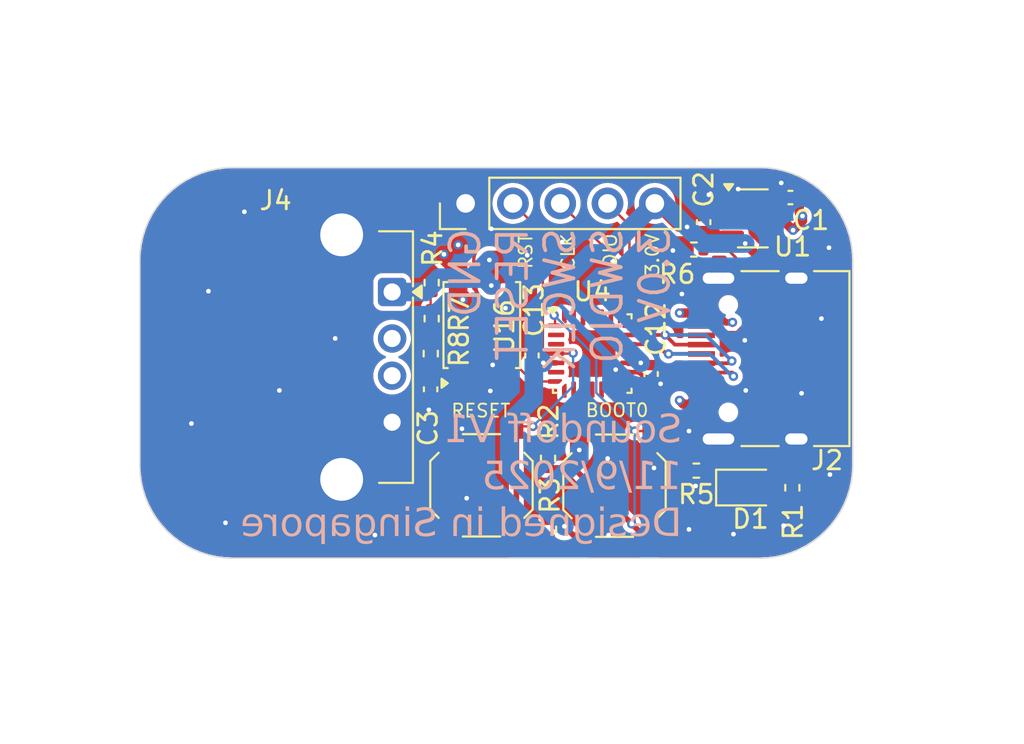
<source format=kicad_pcb>
(kicad_pcb (version 20241229) (generator "pcbnew") (generator_version "9.0")
  (title_block (title "Soundoff") (date "2025-09-11") (rev "V1"))
  (layers (0 "F.Cu" signal) (4 "In1.Cu" signal "GND") (6 "In2.Cu" signal "POWER") (2 "B.Cu" signal) (13 "F.Paste" user) (15 "B.Paste" user) (5 "F.SilkS" user "F.Silkscreen") (7 "B.SilkS" user "B.Silkscreen") (1 "F.Mask" user) (3 "B.Mask" user) (25 "Edge.Cuts" user))
  (net 0 "")
  (net 1 "GND")
  (net 2 "VUSB")
  (net 3 "3.0V")
  (net 4 "Net-(C3-Pad1)")
  (net 5 "Net-(D1-K)")
  (net 6 "Net-(D1-A)")
  (net 7 "/DBG_SWCLK")
  (net 8 "/DBG_NRST")
  (net 9 "/DBG_SWDIO")
  (net 10 "/DBG_USB_D+")
  (net 12 "Net-(J2-CC2)")
  (net 14 "Net-(J2-CC1)")
  (net 15 "/DBG_USB_D-")
  (net 17 "/SWITCHED_5V")
  (net 19 "/BOOT0")
  (net 20 "/5V_CONTROL")
  (net 37 "Net-(R7-Pad1)")
  (footprint "Resistor_SMD:R_0402_1005Metric" (layer "F.Cu") (at 113.1824 50.1904 90)
    (property "Reference" "R4" (at 1.8384 0.0474 90) (layer "F.SilkS"))
    (property "Value" "R 5.1k 0402")
    (fp_line (start -0.153641 -0.38) (end 0.153641 -0.38) (stroke (width 0.12)) (layer "F.SilkS"))
    (fp_line (start -0.153641 0.38) (end 0.153641 0.38) (stroke (width 0.12)) (layer "F.SilkS"))
    (pad "1" smd roundrect (at -0.51 0 90) (size 0.54 0.64) (layers "F.Cu" "F.Mask" "F.Paste") (net 20 "/5V_CONTROL"))
    (pad "2" smd roundrect (at 0.51 0 90) (size 0.54 0.64) (layers "F.Cu" "F.Mask" "F.Paste") (net 1 "GND"))
  )
  (footprint "Resistor_SMD:R_0402_1005Metric" (layer "F.Cu") (at 113.1824 52.1228 90)
    (property "Reference" "R7" (at 0.256 1.4732 90) (layer "F.SilkS"))
    (property "Value" "R 510 0402")
    (fp_line (start -0.153641 -0.38) (end 0.153641 -0.38) (stroke (width 0.12)) (layer "F.SilkS"))
    (fp_line (start -0.153641 0.38) (end 0.153641 0.38) (stroke (width 0.12)) (layer "F.SilkS"))
    (pad "1" smd roundrect (at -0.51 0 90) (size 0.54 0.64) (layers "F.Cu" "F.Mask" "F.Paste") (net 37 "Net-(R7-Pad1)"))
    (pad "2" smd roundrect (at 0.51 0 90) (size 0.54 0.64) (layers "F.Cu" "F.Mask" "F.Paste") (net 20 "/5V_CONTROL"))
  )
  (footprint "Resistor_SMD:R_0402_1005Metric" (layer "F.Cu") (at 119.4308 59.6392 90)
    (property "Reference" "R2" (at 1.9672 0.0374 90) (layer "F.SilkS"))
    (property "Value" "R 5.1k 0402")
    (fp_line (start -0.153641 -0.38) (end 0.153641 -0.38) (stroke (width 0.12)) (layer "F.SilkS"))
    (fp_line (start -0.153641 0.38) (end 0.153641 0.38) (stroke (width 0.12)) (layer "F.SilkS"))
    (pad "1" smd roundrect (at -0.51 0 90) (size 0.54 0.64) (layers "F.Cu" "F.Mask" "F.Paste") (net 19 "/BOOT0"))
    (pad "2" smd roundrect (at 0.51 0 90) (size 0.54 0.64) (layers "F.Cu" "F.Mask" "F.Paste") (net 1 "GND"))
  )
  (footprint "Capacitor_SMD:C_0402_1005Metric" (layer "F.Cu") (at 124.965 55.1 -90)
    (property "Reference" "C12" (at -2.4204 -0.257 90) (layer "F.SilkS"))
    (property "Value" "4.7uF")
    (fp_line (start -0.107836 0.36) (end 0.107836 0.36) (stroke (width 0.12)) (layer "F.SilkS"))
    (fp_line (start -0.107836 -0.36) (end 0.107836 -0.36) (stroke (width 0.12)) (layer "F.SilkS"))
    (pad "1" smd roundrect (at -0.48 0 270) (size 0.56 0.62) (layers "F.Cu" "F.Mask" "F.Paste") (net 3 "3.0V"))
    (pad "2" smd roundrect (at 0.48 0 270) (size 0.56 0.62) (layers "F.Cu" "F.Mask" "F.Paste") (net 1 "GND"))
  )
  (footprint "Capacitor_SMD:C_0402_1005Metric" (layer "F.Cu") (at 132.446 45.616 180)
    (property "Reference" "C1" (at -1.1072 -1.2216 0) (layer "F.SilkS"))
    (property "Value" "4.7uF")
    (fp_line (start -0.107836 0.36) (end 0.107836 0.36) (stroke (width 0.12)) (layer "F.SilkS"))
    (fp_line (start -0.107836 -0.36) (end 0.107836 -0.36) (stroke (width 0.12)) (layer "F.SilkS"))
    (pad "1" smd roundrect (at -0.48 0 180) (size 0.56 0.62) (layers "F.Cu" "F.Mask" "F.Paste") (net 2 "VUSB"))
    (pad "2" smd roundrect (at 0.48 0 180) (size 0.56 0.62) (layers "F.Cu" "F.Mask" "F.Paste") (net 1 "GND"))
  )
  (footprint "Button_Switch_SMD:SW_Push_1P1T_XKB_TS-1187A" (layer "F.Cu") (at 123 61.1 90)
    (property "Reference" "SW2" (hide yes))
    (property "Value" "Pushbutton 4.2x3.2mm 250gf")
    (fp_line (start -1.3 -2.75) (end 1.3 -2.75) (stroke (width 0.12)) (layer "F.SilkS"))
    (fp_line (start 1.75 -2.3) (end 1.3 -2.75) (stroke (width 0.12)) (layer "F.SilkS"))
    (fp_line (start -1.75 -2.3) (end -1.3 -2.75) (stroke (width 0.12)) (layer "F.SilkS"))
    (fp_line (start 2.75 -1) (end 2.75 1) (stroke (width 0.12)) (layer "F.SilkS"))
    (fp_line (start -2.75 -1) (end -2.75 1) (stroke (width 0.12)) (layer "F.SilkS"))
    (fp_line (start 1.75 2.3) (end 1.3 2.75) (stroke (width 0.12)) (layer "F.SilkS"))
    (fp_line (start -1.75 2.3) (end -1.3 2.75) (stroke (width 0.12)) (layer "F.SilkS"))
    (fp_line (start -1.3 2.75) (end 1.3 2.75) (stroke (width 0.12)) (layer "F.SilkS"))
    (pad "1" smd rect (at -3 -1.875 90) (size 1 0.75) (layers "F.Cu" "F.Mask" "F.Paste") (net 3 "3.0V"))
    (pad "1" smd rect (at 3 -1.875 90) (size 1 0.75) (layers "F.Cu" "F.Mask" "F.Paste") (net 3 "3.0V"))
    (pad "2" smd rect (at -3 1.875 90) (size 1 0.75) (layers "F.Cu" "F.Mask" "F.Paste") (net 19 "/BOOT0"))
    (pad "2" smd rect (at 3 1.875 90) (size 1 0.75) (layers "F.Cu" "F.Mask" "F.Paste") (net 19 "/BOOT0"))
  )
  (footprint "Resistor_SMD:R_0402_1005Metric" (layer "F.Cu") (at 127.395 60.29)
    (property "Reference" "R5" (at 0 1.2796 0) (layer "F.SilkS"))
    (property "Value" "R 5.1k 0402")
    (fp_line (start -0.153641 -0.38) (end 0.153641 -0.38) (stroke (width 0.12)) (layer "F.SilkS"))
    (fp_line (start -0.153641 0.38) (end 0.153641 0.38) (stroke (width 0.12)) (layer "F.SilkS"))
    (pad "1" smd roundrect (at -0.51 0) (size 0.54 0.64) (layers "F.Cu" "F.Mask" "F.Paste") (net 1 "GND"))
    (pad "2" smd roundrect (at 0.51 0) (size 0.54 0.64) (layers "F.Cu" "F.Mask" "F.Paste") (net 14 "Net-(J2-CC1)"))
  )
  (footprint "Resistor_SMD:R_0402_1005Metric" (layer "F.Cu") (at 132.55 61.21 -90)
    (property "Reference" "R1" (at 1.8328 -0.038 90) (layer "F.SilkS"))
    (property "Value" "R 510 0402")
    (fp_line (start -0.153641 0.38) (end 0.153641 0.38) (stroke (width 0.12)) (layer "F.SilkS"))
    (fp_line (start -0.153641 -0.38) (end 0.153641 -0.38) (stroke (width 0.12)) (layer "F.SilkS"))
    (pad "1" smd roundrect (at -0.51 0 270) (size 0.54 0.64) (layers "F.Cu" "F.Mask" "F.Paste") (net 3 "3.0V"))
    (pad "2" smd roundrect (at 0.51 0 270) (size 0.54 0.64) (layers "F.Cu" "F.Mask" "F.Paste") (net 6 "Net-(D1-A)"))
  )
  (footprint "Resistor_SMD:R_0402_1005Metric" (layer "F.Cu") (at 119.485 63.45 -90)
    (property "Reference" "R3" (at -1.8296 -0.0474 90) (layer "F.SilkS"))
    (property "Value" "R 5.1k 0402")
    (fp_line (start -0.153641 0.38) (end 0.153641 0.38) (stroke (width 0.12)) (layer "F.SilkS"))
    (fp_line (start -0.153641 -0.38) (end 0.153641 -0.38) (stroke (width 0.12)) (layer "F.SilkS"))
    (pad "1" smd roundrect (at -0.51 0 270) (size 0.54 0.64) (layers "F.Cu" "F.Mask" "F.Paste") (net 3 "3.0V"))
    (pad "2" smd roundrect (at 0.51 0 270) (size 0.54 0.64) (layers "F.Cu" "F.Mask" "F.Paste") (net 8 "/DBG_NRST"))
  )
  (footprint "Resistor_SMD:R_0402_1005Metric" (layer "F.Cu") (at 113.1316 54.0024 90)
    (property "Reference" "R8" (at 0.256 1.524 90) (layer "F.SilkS"))
    (property "Value" "R 510 0402")
    (fp_line (start -0.153641 -0.38) (end 0.153641 -0.38) (stroke (width 0.12)) (layer "F.SilkS"))
    (fp_line (start -0.153641 0.38) (end 0.153641 0.38) (stroke (width 0.12)) (layer "F.SilkS"))
    (pad "1" smd roundrect (at -0.51 0 90) (size 0.54 0.64) (layers "F.Cu" "F.Mask" "F.Paste") (net 4 "Net-(C3-Pad1)"))
    (pad "2" smd roundrect (at 0.51 0 90) (size 0.54 0.64) (layers "F.Cu" "F.Mask" "F.Paste") (net 37 "Net-(R7-Pad1)"))
  )
  (footprint "Resistor_SMD:R_0402_1005Metric" (layer "F.Cu") (at 127.265 48.41)
    (property "Reference" "R6" (at -0.9 1.3232 0) (layer "F.SilkS"))
    (property "Value" "R 5.1k 0402")
    (fp_line (start -0.153641 -0.38) (end 0.153641 -0.38) (stroke (width 0.12)) (layer "F.SilkS"))
    (fp_line (start -0.153641 0.38) (end 0.153641 0.38) (stroke (width 0.12)) (layer "F.SilkS"))
    (pad "1" smd roundrect (at -0.51 0) (size 0.54 0.64) (layers "F.Cu" "F.Mask" "F.Paste") (net 1 "GND"))
    (pad "2" smd roundrect (at 0.51 0) (size 0.54 0.64) (layers "F.Cu" "F.Mask" "F.Paste") (net 12 "Net-(J2-CC2)"))
  )
  (footprint "Connector_USB:USB_A_Connfly_DS1095" (layer "F.Cu") (at 111.0575 50.69 -90)
    (property "Reference" "J4" (at -4.9192 6.2571 180) (layer "F.SilkS"))
    (property "Value" "USB_A")
    (fp_line (start -3.26 0.7) (end -3.26 -1.12) (stroke (width 0.12)) (layer "F.SilkS"))
    (fp_line (start 10.26 0.7) (end 10.26 -1.12) (stroke (width 0.12)) (layer "F.SilkS"))
    (fp_line (start -3.26 -1.12) (end -0.3 -1.12) (stroke (width 0.12)) (layer "F.SilkS"))
    (fp_line (start 0.3 -1.12) (end 10.26 -1.12) (stroke (width 0.12)) (layer "F.SilkS"))
    (fp_poly (pts (xy 0 -1.12) (xy -0.34 -1.59) (xy 0.34 -1.59)) (stroke (width 0.12)) (fill yes) (layer "F.SilkS"))
    (pad "1" thru_hole roundrect (at 0 0 270) (size 1.524 1.524) (drill 0.92) (layers "*.Cu" "*.Mask") (roundrect_rratio 0.1640419948) (net 17 "/SWITCHED_5V"))
    (pad "2" thru_hole circle (at 2.5 0 270) (size 1.524 1.524) (drill 0.92) (layers "*.Cu" "*.Mask"))
    (pad "3" thru_hole circle (at 4.5 0 270) (size 1.524 1.524) (drill 0.92) (layers "*.Cu" "*.Mask"))
    (pad "4" thru_hole circle (at 7 0 270) (size 1.524 1.524) (drill 0.92) (layers "*.Cu" "*.Mask") (net 1 "GND"))
    (pad "5" thru_hole circle (at -3.07 2.71 270) (size 3.5 3.5) (drill 2.3) (layers "*.Cu" "*.Mask") (net 1 "GND"))
    (pad "5" thru_hole circle (at 10.07 2.71 270) (size 3.5 3.5) (drill 2.3) (layers "*.Cu" "*.Mask") (net 1 "GND"))
  )
  (footprint "Connector_PinHeader_2.54mm:PinHeader_1x05_P2.54mm_Vertical" (layer "F.Cu") (at 115.005 45.93 90)
    (property "Reference" "J1" (hide yes))
    (property "Value" "Debug")
    (fp_line (start -1.38 -1.38) (end 0 -1.38) (stroke (width 0.12)) (layer "F.SilkS"))
    (fp_line (start -1.38 0) (end -1.38 -1.38) (stroke (width 0.12)) (layer "F.SilkS"))
    (fp_line (start 1.38 1.27) (end 1.38 11.54) (stroke (width 0.12)) (layer "F.SilkS"))
    (fp_line (start -1.38 1.27) (end 1.38 1.27) (stroke (width 0.12)) (layer "F.SilkS"))
    (fp_line (start -1.38 1.27) (end -1.38 11.54) (stroke (width 0.12)) (layer "F.SilkS"))
    (fp_line (start -1.38 11.54) (end 1.38 11.54) (stroke (width 0.12)) (layer "F.SilkS"))
    (pad "1" thru_hole rect (at 0 0 90) (size 1.7 1.7) (drill 1) (layers "*.Cu" "*.Mask") (net 1 "GND"))
    (pad "2" thru_hole circle (at 0 2.54 90) (size 1.7 1.7) (drill 1) (layers "*.Cu" "*.Mask") (net 8 "/DBG_NRST"))
    (pad "3" thru_hole circle (at 0 5.08 90) (size 1.7 1.7) (drill 1) (layers "*.Cu" "*.Mask") (net 7 "/DBG_SWCLK"))
    (pad "4" thru_hole circle (at 0 7.62 90) (size 1.7 1.7) (drill 1) (layers "*.Cu" "*.Mask") (net 9 "/DBG_SWDIO"))
    (pad "5" thru_hole circle (at 0 10.16 90) (size 1.7 1.7) (drill 1) (layers "*.Cu" "*.Mask") (net 3 "3.0V"))
  )
  (footprint "Connector_USB:USB_C_Receptacle_HRO_TYPE-C-31-M-12" (layer "F.Cu") (at 131.715 54.27 90)
    (property "Reference" "J2" (at -5.4708 2.7018 180) (layer "F.SilkS"))
    (property "Value" "USB-C Receptacle")
    (fp_line (start 4.7 -1.9) (end 4.7 0.1) (stroke (width 0.12)) (layer "F.SilkS"))
    (fp_line (start -4.7 -1.9) (end -4.7 0.1) (stroke (width 0.12)) (layer "F.SilkS"))
    (fp_line (start 4.7 2) (end 4.7 3.9) (stroke (width 0.12)) (layer "F.SilkS"))
    (fp_line (start -4.7 2) (end -4.7 3.9) (stroke (width 0.12)) (layer "F.SilkS"))
    (fp_line (start -4.7 3.9) (end 4.7 3.9) (stroke (width 0.12)) (layer "F.SilkS"))
    (pad "" np_thru_hole circle (at -2.89 -2.6 90) (size 0.65 0.65) (drill 0.65) (layers "*.Cu" "*.Mask"))
    (pad "" np_thru_hole circle (at 2.89 -2.6 90) (size 0.65 0.65) (drill 0.65) (layers "*.Cu" "*.Mask"))
    (pad "A1" smd rect (at -3.25 -4.045 90) (size 0.6 1.45) (layers "F.Cu" "F.Mask" "F.Paste") (net 1 "GND"))
    (pad "A4" smd rect (at -2.45 -4.045 90) (size 0.6 1.45) (layers "F.Cu" "F.Mask" "F.Paste") (net 2 "VUSB"))
    (pad "A5" smd rect (at -1.25 -4.045 90) (size 0.3 1.45) (layers "F.Cu" "F.Mask" "F.Paste") (net 14 "Net-(J2-CC1)"))
    (pad "A6" smd rect (at -0.25 -4.045 90) (size 0.3 1.45) (layers "F.Cu" "F.Mask" "F.Paste") (net 10 "/DBG_USB_D+"))
    (pad "A7" smd rect (at 0.25 -4.045 90) (size 0.3 1.45) (layers "F.Cu" "F.Mask" "F.Paste") (net 15 "/DBG_USB_D-"))
    (pad "A8" smd rect (at 1.25 -4.045 90) (size 0.3 1.45) (layers "F.Cu" "F.Mask" "F.Paste"))
    (pad "A9" smd rect (at 2.45 -4.045 90) (size 0.6 1.45) (layers "F.Cu" "F.Mask" "F.Paste") (net 2 "VUSB"))
    (pad "A12" smd rect (at 3.25 -4.045 90) (size 0.6 1.45) (layers "F.Cu" "F.Mask" "F.Paste") (net 1 "GND"))
    (pad "B1" smd rect (at 3.25 -4.045 90) (size 0.6 1.45) (layers "F.Cu" "F.Mask" "F.Paste") (net 1 "GND"))
    (pad "B4" smd rect (at 2.45 -4.045 90) (size 0.6 1.45) (layers "F.Cu" "F.Mask" "F.Paste") (net 2 "VUSB"))
    (pad "B5" smd rect (at 1.75 -4.045 90) (size 0.3 1.45) (layers "F.Cu" "F.Mask" "F.Paste") (net 12 "Net-(J2-CC2)"))
    (pad "B6" smd rect (at 0.75 -4.045 90) (size 0.3 1.45) (layers "F.Cu" "F.Mask" "F.Paste") (net 10 "/DBG_USB_D+"))
    (pad "B7" smd rect (at -0.75 -4.045 90) (size 0.3 1.45) (layers "F.Cu" "F.Mask" "F.Paste") (net 15 "/DBG_USB_D-"))
    (pad "B8" smd rect (at -1.75 -4.045 90) (size 0.3 1.45) (layers "F.Cu" "F.Mask" "F.Paste"))
    (pad "B9" smd rect (at -2.45 -4.045 90) (size 0.6 1.45) (layers "F.Cu" "F.Mask" "F.Paste") (net 2 "VUSB"))
    (pad "B12" smd rect (at -3.25 -4.045 90) (size 0.6 1.45) (layers "F.Cu" "F.Mask" "F.Paste") (net 1 "GND"))
    (pad "S1" thru_hole oval (at -4.32 -3.13 90) (size 1 2.1) (drill oval 0.6 1.7) (property pad_prop_heatsink) (layers "*.Cu" "*.Mask") (net 1 "GND"))
    (pad "S1" thru_hole oval (at -4.32 1.05 90) (size 1 1.6) (drill oval 0.6 1.2) (property pad_prop_heatsink) (layers "*.Cu" "*.Mask") (net 1 "GND"))
    (pad "S1" thru_hole oval (at 4.32 -3.13 90) (size 1 2.1) (drill oval 0.6 1.7) (property pad_prop_heatsink) (layers "*.Cu" "*.Mask") (net 1 "GND"))
    (pad "S1" thru_hole oval (at 4.32 1.05 90) (size 1 1.6) (drill oval 0.6 1.2) (property pad_prop_heatsink) (layers "*.Cu" "*.Mask") (net 1 "GND"))
  )
  (footprint "LED_SMD:LED_0805_2012Metric" (layer "F.Cu") (at 130.1425 61.2)
    (property "Reference" "D1" (at 0.1595 1.6904 0) (layer "F.SilkS"))
    (property "Value" "Red LED")
    (fp_line (start -1.685 -0.96) (end -1.685 0.96) (stroke (width 0.12)) (layer "F.SilkS"))
    (fp_line (start -1.685 0.96) (end 1 0.96) (stroke (width 0.12)) (layer "F.SilkS"))
    (fp_line (start 1 -0.96) (end -1.685 -0.96) (stroke (width 0.12)) (layer "F.SilkS"))
    (pad "1" smd roundrect (at -0.9375 0) (size 0.975 1.4) (layers "F.Cu" "F.Mask" "F.Paste") (net 5 "Net-(D1-K)"))
    (pad "2" smd roundrect (at 0.9375 0) (size 0.975 1.4) (layers "F.Cu" "F.Mask" "F.Paste") (net 6 "Net-(D1-A)"))
  )
  (footprint "Package_TO_SOT_SMD:SOT-23-3" (layer "F.Cu") (at 130.429 46.736)
    (property "Reference" "U1" (at 2.1336 1.524 0) (layer "F.SilkS"))
    (property "Value" "3.3V LDO")
    (fp_line (start 0 -1.56) (end -0.8 -1.56) (stroke (width 0.12)) (layer "F.SilkS"))
    (fp_line (start 0 -1.56) (end 0.8 -1.56) (stroke (width 0.12)) (layer "F.SilkS"))
    (fp_line (start 0 1.56) (end -0.8 1.56) (stroke (width 0.12)) (layer "F.SilkS"))
    (fp_line (start 0 1.56) (end 0.8 1.56) (stroke (width 0.12)) (layer "F.SilkS"))
    (fp_poly (pts (xy -1.3 -1.51) (xy -1.54 -1.84) (xy -1.06 -1.84)) (stroke (width 0.12)) (fill yes) (layer "F.SilkS"))
    (pad "1" smd roundrect (at -1.1375 -0.95) (size 1.325 0.6) (layers "F.Cu" "F.Mask" "F.Paste") (net 1 "GND"))
    (pad "2" smd roundrect (at -1.1375 0.95) (size 1.325 0.6) (layers "F.Cu" "F.Mask" "F.Paste") (net 3 "3.0V"))
    (pad "3" smd roundrect (at 1.1375 0) (size 1.325 0.6) (layers "F.Cu" "F.Mask" "F.Paste") (net 2 "VUSB"))
  )
  (footprint "Button_Switch_SMD:SW_Push_1P1T_XKB_TS-1187A" (layer "F.Cu") (at 115.855 61.08 90)
    (property "Reference" "SW1" (hide yes))
    (property "Value" "Pushbutton 4.2x3.2mm 250gf")
    (fp_line (start -1.3 -2.75) (end 1.3 -2.75) (stroke (width 0.12)) (layer "F.SilkS"))
    (fp_line (start 1.75 -2.3) (end 1.3 -2.75) (stroke (width 0.12)) (layer "F.SilkS"))
    (fp_line (start -1.75 -2.3) (end -1.3 -2.75) (stroke (width 0.12)) (layer "F.SilkS"))
    (fp_line (start 2.75 -1) (end 2.75 1) (stroke (width 0.12)) (layer "F.SilkS"))
    (fp_line (start -2.75 -1) (end -2.75 1) (stroke (width 0.12)) (layer "F.SilkS"))
    (fp_line (start 1.75 2.3) (end 1.3 2.75) (stroke (width 0.12)) (layer "F.SilkS"))
    (fp_line (start -1.75 2.3) (end -1.3 2.75) (stroke (width 0.12)) (layer "F.SilkS"))
    (fp_line (start -1.3 2.75) (end 1.3 2.75) (stroke (width 0.12)) (layer "F.SilkS"))
    (pad "1" smd rect (at -3 -1.875 90) (size 1 0.75) (layers "F.Cu" "F.Mask" "F.Paste") (net 1 "GND"))
    (pad "1" smd rect (at 3 -1.875 90) (size 1 0.75) (layers "F.Cu" "F.Mask" "F.Paste") (net 1 "GND"))
    (pad "2" smd rect (at -3 1.875 90) (size 1 0.75) (layers "F.Cu" "F.Mask" "F.Paste") (net 8 "/DBG_NRST"))
    (pad "2" smd rect (at 3 1.875 90) (size 1 0.75) (layers "F.Cu" "F.Mask" "F.Paste") (net 8 "/DBG_NRST"))
  )
  (footprint "Package_SO:SO-4_4.4x3.9mm_P2.54mm" (layer "F.Cu") (at 115.875 52.47 90)
    (property "Reference" "U16" (at -0.0826 1.219 90) (layer "F.SilkS"))
    (property "Value" "TLP3123")
    (fp_line (start 2.31 -2.06) (end 2.31 -1.83) (stroke (width 0.12)) (layer "F.SilkS"))
    (fp_line (start 0 -2.06) (end 2.31 -2.06) (stroke (width 0.12)) (layer "F.SilkS"))
    (fp_line (start 0 -2.06) (end -2.31 -2.06) (stroke (width 0.12)) (layer "F.SilkS"))
    (fp_line (start -2.31 -2.06) (end -2.31 -1.83) (stroke (width 0.12)) (layer "F.SilkS"))
    (fp_line (start 2.31 2.06) (end 2.31 1.83) (stroke (width 0.12)) (layer "F.SilkS"))
    (fp_line (start 0 2.06) (end 2.31 2.06) (stroke (width 0.12)) (layer "F.SilkS"))
    (fp_line (start 0 2.06) (end -2.31 2.06) (stroke (width 0.12)) (layer "F.SilkS"))
    (fp_line (start -2.31 2.06) (end -2.31 1.83) (stroke (width 0.12)) (layer "F.SilkS"))
    (fp_poly (pts (xy -3.125 -1.83) (xy -3.365 -2.16) (xy -2.885 -2.16)) (stroke (width 0.12)) (fill yes) (layer "F.SilkS"))
    (pad "1" smd roundrect (at -3.15 -1.27 90) (size 1.8 0.6) (layers "F.Cu" "F.Mask" "F.Paste") (net 4 "Net-(C3-Pad1)"))
    (pad "2" smd roundrect (at -3.15 1.27 90) (size 1.8 0.6) (layers "F.Cu" "F.Mask" "F.Paste") (net 1 "GND"))
    (pad "3" smd roundrect (at 3.15 1.27 90) (size 1.8 0.6) (layers "F.Cu" "F.Mask" "F.Paste") (net 17 "/SWITCHED_5V"))
    (pad "4" smd roundrect (at 3.15 -1.27 90) (size 1.8 0.6) (layers "F.Cu" "F.Mask" "F.Paste") (net 2 "VUSB"))
  )
  (footprint "Capacitor_SMD:C_0402_1005Metric" (layer "F.Cu") (at 118.5672 54.102 90)
    (property "Reference" "C13" (at 2.4384 0.1016 90) (layer "F.SilkS"))
    (property "Value" "4.7uF")
    (fp_line (start -0.107836 -0.36) (end 0.107836 -0.36) (stroke (width 0.12)) (layer "F.SilkS"))
    (fp_line (start -0.107836 0.36) (end 0.107836 0.36) (stroke (width 0.12)) (layer "F.SilkS"))
    (pad "1" smd roundrect (at -0.48 0 90) (size 0.56 0.62) (layers "F.Cu" "F.Mask" "F.Paste") (net 3 "3.0V"))
    (pad "2" smd roundrect (at 0.48 0 90) (size 0.56 0.62) (layers "F.Cu" "F.Mask" "F.Paste") (net 1 "GND"))
  )
  (footprint "Capacitor_SMD:C_0402_1005Metric" (layer "F.Cu") (at 113.125 55.92 -90)
    (property "Reference" "C3" (at 2.0936 0.1458 90) (layer "F.SilkS"))
    (property "Value" "4.7uF")
    (fp_line (start -0.107836 0.36) (end 0.107836 0.36) (stroke (width 0.12)) (layer "F.SilkS"))
    (fp_line (start -0.107836 -0.36) (end 0.107836 -0.36) (stroke (width 0.12)) (layer "F.SilkS"))
    (pad "1" smd roundrect (at -0.48 0 270) (size 0.56 0.62) (layers "F.Cu" "F.Mask" "F.Paste") (net 4 "Net-(C3-Pad1)"))
    (pad "2" smd roundrect (at 0.48 0 270) (size 0.56 0.62) (layers "F.Cu" "F.Mask" "F.Paste") (net 1 "GND"))
  )
  (footprint "Package_DFN_QFN:QFN-28_4x4mm_P0.5mm" (layer "F.Cu") (at 121.805 54)
    (property "Reference" "U4" (at 0 -3.33 0) (layer "F.SilkS"))
    (property "Value" "STM32F042G6Ux")
    (fp_line (start -2.11 2.11) (end -2.11 1.885) (stroke (width 0.12)) (layer "F.SilkS"))
    (fp_line (start -1.885 2.11) (end -2.11 2.11) (stroke (width 0.12)) (layer "F.SilkS"))
    (fp_line (start 1.885 -2.11) (end 2.11 -2.11) (stroke (width 0.12)) (layer "F.SilkS"))
    (fp_line (start 1.885 2.11) (end 2.11 2.11) (stroke (width 0.12)) (layer "F.SilkS"))
    (fp_line (start 2.11 -2.11) (end 2.11 -1.885) (stroke (width 0.12)) (layer "F.SilkS"))
    (fp_line (start 2.11 2.11) (end 2.11 1.885) (stroke (width 0.12)) (layer "F.SilkS"))
    (fp_poly (pts (xy -2.13 -2.11) (xy -2.37 -2.44) (xy -1.89 -2.44)) (stroke (width 0.12)) (fill yes) (layer "F.SilkS"))
    (pad "1" smd custom (at -1.9975 -1.5) (size 0.136863 0.136863) (layers "F.Cu" "F.Mask" "F.Paste") (net 19 "/BOOT0") (options (clearance outline) (anchor circle)) (primitives (gr_poly (pts (xy -0.3325 -0.08) (xy 0.19886 -0.08) (xy 0.3325 0.05364) (xy 0.3325 0.08) (xy -0.3325 0.08)) (width 0.09) (fill yes))))
    (pad "2" smd roundrect (at -1.9375 -1) (size 0.875 0.25) (layers "F.Cu" "F.Mask" "F.Paste"))
    (pad "3" smd roundrect (at -1.9375 -0.5) (size 0.875 0.25) (layers "F.Cu" "F.Mask" "F.Paste"))
    (pad "4" smd roundrect (at -1.9375 0) (size 0.875 0.25) (layers "F.Cu" "F.Mask" "F.Paste") (net 8 "/DBG_NRST"))
    (pad "5" smd roundrect (at -1.9375 0.5) (size 0.875 0.25) (layers "F.Cu" "F.Mask" "F.Paste") (net 3 "3.0V"))
    (pad "6" smd roundrect (at -1.9375 1) (size 0.875 0.25) (layers "F.Cu" "F.Mask" "F.Paste"))
    (pad "7" smd custom (at -1.9975 1.5) (size 0.136863 0.136863) (layers "F.Cu" "F.Mask" "F.Paste") (net 20 "/5V_CONTROL") (options (clearance outline) (anchor circle)) (primitives (gr_poly (pts (xy -0.3325 -0.08) (xy 0.3325 -0.08) (xy 0.3325 -0.05364) (xy 0.19886 0.08) (xy -0.3325 0.08)) (width 0.09) (fill yes))))
    (pad "8" smd custom (at -1.5 1.9975) (size 0.136863 0.136863) (layers "F.Cu" "F.Mask" "F.Paste") (options (clearance outline) (anchor circle)) (primitives (gr_poly (pts (xy -0.08 -0.19886) (xy 0.05364 -0.3325) (xy 0.08 -0.3325) (xy 0.08 0.3325) (xy -0.08 0.3325)) (width 0.09) (fill yes))))
    (pad "9" smd roundrect (at -1 1.9375) (size 0.25 0.875) (layers "F.Cu" "F.Mask" "F.Paste"))
    (pad "10" smd roundrect (at -0.5 1.9375) (size 0.25 0.875) (layers "F.Cu" "F.Mask" "F.Paste"))
    (pad "11" smd roundrect (at 0 1.9375) (size 0.25 0.875) (layers "F.Cu" "F.Mask" "F.Paste"))
    (pad "12" smd roundrect (at 0.5 1.9375) (size 0.25 0.875) (layers "F.Cu" "F.Mask" "F.Paste"))
    (pad "13" smd roundrect (at 1 1.9375) (size 0.25 0.875) (layers "F.Cu" "F.Mask" "F.Paste"))
    (pad "14" smd custom (at 1.5 1.9975) (size 0.136863 0.136863) (layers "F.Cu" "F.Mask" "F.Paste") (options (clearance outline) (anchor circle)) (primitives (gr_poly (pts (xy -0.08 -0.3325) (xy -0.05364 -0.3325) (xy 0.08 -0.19886) (xy 0.08 0.3325) (xy -0.08 0.3325)) (width 0.09) (fill yes))))
    (pad "15" smd custom (at 1.9975 1.5) (size 0.136863 0.136863) (layers "F.Cu" "F.Mask" "F.Paste") (net 5 "Net-(D1-K)") (options (clearance outline) (anchor circle)) (primitives (gr_poly (pts (xy -0.3325 -0.08) (xy 0.3325 -0.08) (xy 0.3325 0.08) (xy -0.19886 0.08) (xy -0.3325 -0.05364)) (width 0.09) (fill yes))))
    (pad "16" smd roundrect (at 1.9375 1) (size 0.875 0.25) (layers "F.Cu" "F.Mask" "F.Paste") (net 1 "GND"))
    (pad "17" smd roundrect (at 1.9375 0.5) (size 0.875 0.25) (layers "F.Cu" "F.Mask" "F.Paste") (net 3 "3.0V"))
    (pad "18" smd roundrect (at 1.9375 0) (size 0.875 0.25) (layers "F.Cu" "F.Mask" "F.Paste") (net 3 "3.0V"))
    (pad "19" smd roundrect (at 1.9375 -0.5) (size 0.875 0.25) (layers "F.Cu" "F.Mask" "F.Paste") (net 15 "/DBG_USB_D-"))
    (pad "20" smd roundrect (at 1.9375 -1) (size 0.875 0.25) (layers "F.Cu" "F.Mask" "F.Paste") (net 10 "/DBG_USB_D+"))
    (pad "21" smd custom (at 1.9975 -1.5) (size 0.136863 0.136863) (layers "F.Cu" "F.Mask" "F.Paste") (net 9 "/DBG_SWDIO") (options (clearance outline) (anchor circle)) (primitives (gr_poly (pts (xy -0.3325 0.05364) (xy -0.19886 -0.08) (xy 0.3325 -0.08) (xy 0.3325 0.08) (xy -0.3325 0.08)) (width 0.09) (fill yes))))
    (pad "22" smd custom (at 1.5 -1.9975) (size 0.136863 0.136863) (layers "F.Cu" "F.Mask" "F.Paste") (net 7 "/DBG_SWCLK") (options (clearance outline) (anchor circle)) (primitives (gr_poly (pts (xy -0.08 -0.3325) (xy 0.08 -0.3325) (xy 0.08 0.19886) (xy -0.05364 0.3325) (xy -0.08 0.3325)) (width 0.09) (fill yes))))
    (pad "23" smd roundrect (at 1 -1.9375) (size 0.25 0.875) (layers "F.Cu" "F.Mask" "F.Paste"))
    (pad "24" smd roundrect (at 0.5 -1.9375) (size 0.25 0.875) (layers "F.Cu" "F.Mask" "F.Paste"))
    (pad "25" smd roundrect (at 0 -1.9375) (size 0.25 0.875) (layers "F.Cu" "F.Mask" "F.Paste"))
    (pad "26" smd roundrect (at -0.5 -1.9375) (size 0.25 0.875) (layers "F.Cu" "F.Mask" "F.Paste"))
    (pad "27" smd roundrect (at -1 -1.9375) (size 0.25 0.875) (layers "F.Cu" "F.Mask" "F.Paste"))
    (pad "28" smd custom (at -1.5 -1.9975) (size 0.136863 0.136863) (layers "F.Cu" "F.Mask" "F.Paste") (options (clearance outline) (anchor circle)) (primitives (gr_poly (pts (xy -0.08 -0.3325) (xy 0.08 -0.3325) (xy 0.08 0.3325) (xy 0.05364 0.3325) (xy -0.08 0.19886)) (width 0.09) (fill yes))))
  )
  (footprint "Capacitor_SMD:C_0402_1005Metric" (layer "F.Cu") (at 127.7874 46.9392 90)
    (property "Reference" "C2" (at 1.758 0.0016 90) (layer "F.SilkS"))
    (property "Value" "4.7uF")
    (fp_line (start -0.107836 -0.36) (end 0.107836 -0.36) (stroke (width 0.12)) (layer "F.SilkS"))
    (fp_line (start -0.107836 0.36) (end 0.107836 0.36) (stroke (width 0.12)) (layer "F.SilkS"))
    (pad "1" smd roundrect (at -0.48 0 90) (size 0.56 0.62) (layers "F.Cu" "F.Mask" "F.Paste") (net 3 "3.0V"))
    (pad "2" smd roundrect (at 0.48 0 90) (size 0.56 0.62) (layers "F.Cu" "F.Mask" "F.Paste") (net 1 "GND"))
  )
  (gr_line (start 97.5 60) (end 97.5 49) (stroke (width 0.05)) (layer "Edge.Cuts"))
  (gr_line (start 135.8 49) (end 135.8 60) (stroke (width 0.05)) (layer "Edge.Cuts"))
  (gr_arc (start 135.8 60) (mid 134.335534 63.535534) (end 130.8 65) (stroke (width 0.05)) (layer "Edge.Cuts"))
  (gr_arc (start 102.5 65) (mid 98.964466 63.535534) (end 97.5 60) (stroke (width 0.05)) (layer "Edge.Cuts"))
  (gr_line (start 130.8 65) (end 102.5 65) (stroke (width 0.05)) (layer "Edge.Cuts"))
  (gr_arc (start 130.8 44) (mid 134.335534 45.464466) (end 135.8 49) (stroke (width 0.05)) (layer "Edge.Cuts"))
  (gr_line (start 102.5 44) (end 130.8 44) (stroke (width 0.05)) (layer "Edge.Cuts"))
  (gr_arc (start 97.5 49) (mid 98.964466 45.464466) (end 102.5 44) (stroke (width 0.05)) (layer "Edge.Cuts"))
  (gr_text "CLK" (at 120.912467 49.5856 90) (layer "F.SilkS") (effects (font (size 0.7 0.7) (thickness 0.1)) (justify left bottom)))
  (gr_text "RESET" (at 114.173 57.4802 0) (layer "F.SilkS") (effects (font (size 0.7 0.7) (thickness 0.1)) (justify left bottom)))
  (gr_text "BOOT0" (at 121.3866 57.4548 0) (layer "F.SilkS") (effects (font (size 0.7 0.7) (thickness 0.1)) (justify left bottom)))
  (gr_text "3.0V" (at 125.4506 49.8856 90) (layer "F.SilkS") (effects (font (size 0.7 0.7) (thickness 0.1)) (justify left bottom)))
  (gr_text "RST" (at 118.6434 49.518933 90) (layer "F.SilkS") (effects (font (size 0.7 0.7) (thickness 0.1)) (justify left bottom)))
  (gr_text "DIO" (at 123.181533 49.385599 90) (layer "F.SilkS") (effects (font (size 0.7 0.7) (thickness 0.1)) (justify left bottom)))
  (gr_text "GND\nRESET\nSWCLK\nSWDIO\n3.0V" (at 126.0856 47.117 90) (layer "B.SilkS") (effects (font (size 1.58 1.58) (thickness 0.1975)) (justify left bottom mirror)))
  (gr_text "Soundoff V1\n11/9/2025\nDesigned in Singapore" (at 126.619 64.0588 0) (layer "B.SilkS") (effects (font (size 1.5 1.5) (thickness 0.1)) (justify left bottom mirror)))
  (segment (start 114.767 58.08) (end 114.808 58.039) (width 0.127) (layer "F.Cu") (net 1))
  (segment (start 113.125 56.928) (end 113.03 57.023) (width 0.127) (layer "F.Cu") (net 1))
  (segment (start 129.6185 45.1843) (end 129.6416 45.1612) (width 0.3) (layer "F.Cu") (net 1))
  (segment (start 126.1896 48.41) (end 126.1364 48.4632) (width 0.3) (layer "F.Cu") (net 1))
  (segment (start 127.646 57.52) (end 127 58.166) (width 0.5) (layer "F.Cu") (net 1))
  (segment (start 125.43 55.58) (end 125.476 55.626) (width 0.349512) (layer "F.Cu") (net 1))
  (segment (start 123.7425 55) (end 123.199 55) (width 0.3) (layer "F.Cu") (net 1))
  (segment (start 113.125 56.4) (end 113.125 56.928) (width 0.127) (layer "F.Cu") (net 1))
  (segment (start 126.885 60.29) (end 126.885 60.6418) (width 0.5) (layer "F.Cu") (net 1))
  (segment (start 117.145 55.62) (end 116.719 55.62) (width 0.127) (layer "F.Cu") (net 1))
  (segment (start 131.966 45.616) (end 131.966 44.844) (width 0.5) (layer "F.Cu") (net 1))
  (segment (start 115.018 45.93) (end 116.3828 47.2948) (width 1) (layer "F.Cu") (net 1))
  (segment (start 113.98 58.08) (end 114.767 58.08) (width 0.127) (layer "F.Cu") (net 1))
  (segment (start 126.755 48.41) (end 126.1896 48.41) (width 0.3) (layer "F.Cu") (net 1))
  (segment (start 127.67 51.02) (end 126.839 51.02) (width 0.5) (layer "F.Cu") (net 1))
  (segment (start 131.966 44.844) (end 131.953 44.831) (width 0.5) (layer "F.Cu") (net 1))
  (segment (start 117.145 55.296) (end 116.459 54.61) (width 0.5) (layer "F.Cu") (net 1))
  (segment (start 123.199 55) (end 123.063 54.864) (width 0.3) (layer "F.Cu") (net 1))
  (segment (start 126.885 60.6418) (end 127.3556 61.1124) (width 0.5) (layer "F.Cu") (net 1))
  (segment (start 124.965 55.58) (end 125.43 55.58) (width 0.349512) (layer "F.Cu") (net 1))
  (segment (start 116.719 55.62) (end 116.332 56.007) (width 0.127) (layer "F.Cu") (net 1))
  (segment (start 128.116 46.4576) (end 128.116 45.5152) (width 0.3) (layer "F.Cu") (net 1))
  (segment (start 128.116 45.5152) (end 128.0668 45.466) (width 0.3) (layer "F.Cu") (net 1))
  (segment (start 129.6185 45.786) (end 129.6185 45.1843) (width 0.3) (layer "F.Cu") (net 1))
  (segment (start 126.839 51.02) (end 126.619 50.8) (width 0.5) (layer "F.Cu") (net 1))
  (via (at 126.619 50.8) (size 0.5) (drill 0.25) (layers "F.Cu" "B.Cu") (net 1))
  (via (at 131.953 44.831) (size 0.5) (drill 0.25) (layers "F.Cu" "B.Cu") (net 1))
  (via (at 127 58.166) (size 0.5) (drill 0.25) (layers "F.Cu" "B.Cu") (net 1))
  (via (at 125.476 55.626) (size 0.5) (drill 0.25) (layers "F.Cu" "B.Cu") (net 1))
  (via (at 134.5184 48.3108) (size 0.5) (drill 0.25) (layers "F.Cu" "B.Cu") (net 1))
  (via (at 127.3556 61.1124) (size 0.5) (drill 0.25) (layers "F.Cu" "B.Cu") (net 1))
  (via (at 122.682 63.754) (size 0.5) (drill 0.25) (layers "F.Cu" "B.Cu") (net 1))
  (via (at 116.332 56.007) (size 0.5) (drill 0.25) (layers "F.Cu" "B.Cu") (net 1))
  (via (at 103.124 46.3804) (size 0.5) (drill 0.25) (layers "F.Cu" "B.Cu") (net 1))
  (via (at 108.0008 53.1876) (size 0.5) (drill 0.25) (layers "F.Cu" "B.Cu") (net 1))
  (via (at 105.0036 55.9816) (size 0.5) (drill 0.25) (layers "F.Cu" "B.Cu") (net 1))
  (via (at 133.0452 56.134) (size 0.5) (drill 0.25) (layers "F.Cu" "B.Cu") (net 1))
  (via (at 134.5692 60.5028) (size 0.5) (drill 0.25) (layers "F.Cu" "B.Cu") (net 1))
  (via (at 129.9972 53.2892) (size 0.5) (drill 0.25) (layers "F.Cu" "B.Cu") (net 1))
  (via (at 115.062 61.7728) (size 0.5) (drill 0.25) (layers "F.Cu" "B.Cu") (net 1))
  (via (at 132.08 63.246) (size 0.5) (drill 0.25) (layers "F.Cu" "B.Cu") (net 1))
  (via (at 129.3876 63.7032) (size 0.5) (drill 0.25) (layers "F.Cu" "B.Cu") (net 1))
  (via (at 127 63.4492) (size 0.5) (drill 0.25) (layers "F.Cu" "B.Cu") (net 1))
  (via (at 126.1364 48.4632) (size 0.5) (drill 0.25) (layers "F.Cu" "B.Cu") (net 1))
  (via (at 122.6312 59.6392) (size 0.5) (drill 0.25) (layers "F.Cu" "B.Cu") (net 1))
  (via (at 113.03 57.023) (size 0.5) (drill 0.25) (layers "F.Cu" "B.Cu") (net 1))
  (via (at 125.1204 60.1472) (size 0.5) (drill 0.25) (layers "F.Cu" "B.Cu") (net 1))
  (via (at 120.1928 48.006) (size 0.5) (drill 0.25) (layers "F.Cu" "B.Cu") (net 1))
  (via (at 134.112 52.1208) (size 0.5) (drill 0.25) (layers "F.Cu" "B.Cu") (net 1))
  (via (at 118.3132 48.7172) (size 0.5) (drill 0.25) (layers "F.Cu" "B.Cu") (net 1))
  (via (at 102.108 63.0936) (size 0.5) (drill 0.25) (layers "F.Cu" "B.Cu") (net 1))
  (via (at 100.2792 57.7596) (size 0.5) (drill 0.25) (layers "F.Cu" "B.Cu") (net 1))
  (via (at 101.1936 50.6476) (size 0.5) (drill 0.25) (layers "F.Cu" "B.Cu") (net 1))
  (via (at 116.459 54.61) (size 0.5) (drill 0.25) (layers "F.Cu" "B.Cu") (net 1))
  (via (at 123.063 54.864) (size 0.5) (drill 0.25) (layers "F.Cu" "B.Cu") (net 1))
  (via (at 128.0668 45.466) (size 0.5) (drill 0.25) (layers "F.Cu" "B.Cu") (net 1))
  (via (at 129.6416 45.1612) (size 0.5) (drill 0.25) (layers "F.Cu" "B.Cu") (net 1))
  (via (at 116.3828 47.2948) (size 0.5) (drill 0.25) (layers "F.Cu" "B.Cu") (net 1))
  (via (at 114.808 58.039) (size 0.5) (drill 0.25) (layers "F.Cu" "B.Cu") (net 1))
  (via (at 117.1448 51.562) (size 0.5) (drill 0.25) (layers "F.Cu" "B.Cu") (net 1))
  (via (at 110.1344 63.754) (size 0.5) (drill 0.25) (layers "F.Cu" "B.Cu") (net 1))
  (via (at 130.048 55.9816) (size 0.5) (drill 0.25) (layers "F.Cu" "B.Cu") (net 1))
  (segment (start 132.926 46.439) (end 133.096 46.609) (width 0.5) (layer "F.Cu") (net 2))
  (segment (start 131.953 46.736) (end 132.588 47.371) (width 0.5) (layer "F.Cu") (net 2))
  (segment (start 126.496 51.82) (end 126.492 51.816) (width 0.5) (layer "F.Cu") (net 2))
  (segment (start 127.67 51.82) (end 126.496 51.82) (width 0.5) (layer "F.Cu") (net 2))
  (segment (start 114.605 49.32) (end 114.605 48.1586) (width 1) (layer "F.Cu") (net 2))
  (segment (start 126.697 56.72) (end 126.492 56.515) (width 0.5) (layer "F.Cu") (net 2))
  (segment (start 114.605 48.1586) (end 114.6048 48.1584) (width 1) (layer "F.Cu") (net 2))
  (segment (start 128.8288 52.1716) (end 128.732803 52.1716) (width 0.349512) (layer "F.Cu") (net 2))
  (segment (start 133.096 46.609) (end 133.096 46.863) (width 0.5) (layer "F.Cu") (net 2))
  (segment (start 114.605 49.32) (end 114.4964 49.32) (width 1) (layer "F.Cu") (net 2))
  (segment (start 114.605 50.851) (end 114.8588 51.1048) (width 1) (layer "F.Cu") (net 2))
  (segment (start 132.926 45.616) (end 132.926 46.439) (width 0.5) (layer "F.Cu") (net 2))
  (segment (start 133.096 46.863) (end 132.588 47.371) (width 0.5) (layer "F.Cu") (net 2))
  (segment (start 129.3368 52.324) (end 128.9812 52.324) (width 0.349512) (layer "F.Cu") (net 2))
  (segment (start 114.605 49.32) (end 114.605 50.851) (width 1) (layer "F.Cu") (net 2))
  (segment (start 128.9812 52.324) (end 128.8288 52.1716) (width 0.349512) (layer "F.Cu") (net 2))
  (segment (start 128.381203 51.82) (end 127.67 51.82) (width 0.5) (layer "F.Cu") (net 2))
  (segment (start 127.67 56.72) (end 126.697 56.72) (width 0.5) (layer "F.Cu") (net 2))
  (segment (start 128.732803 52.1716) (end 128.381203 51.82) (width 0.349512) (layer "F.Cu") (net 2))
  (segment (start 114.4964 49.32) (end 113.8428 48.6664) (width 1) (layer "F.Cu") (net 2))
  (via (at 129.3368 52.324) (size 0.5) (drill 0.25) (layers "F.Cu" "B.Cu") (net 2))
  (via (at 113.8428 48.6664) (size 0.5) (drill 0.25) (layers "F.Cu" "B.Cu") (net 2))
  (via (at 126.492 51.816) (size 0.5) (drill 0.25) (layers "F.Cu" "B.Cu") (net 2))
  (via (at 133.096 46.609) (size 0.5) (drill 0.25) (layers "F.Cu" "B.Cu") (net 2))
  (via (at 126.492 56.515) (size 0.5) (drill 0.25) (layers "F.Cu" "B.Cu") (net 2))
  (via (at 114.6048 48.1584) (size 0.5) (drill 0.25) (layers "F.Cu" "B.Cu") (net 2))
  (via (at 114.8588 51.1048) (size 0.5) (drill 0.25) (layers "F.Cu" "B.Cu") (net 2))
  (via (at 132.588 47.371) (size 0.5) (drill 0.25) (layers "F.Cu" "B.Cu") (net 2))
  (segment (start 121.1072 59.182) (end 121.1072 58.1178) (width 1) (layer "F.Cu") (net 3))
  (segment (start 123.7425 54.5) (end 124.4092 54.5) (width 0.349512) (layer "F.Cu") (net 3))
  (segment (start 126.431 47.196) (end 125.165 45.93) (width 0.5) (layer "F.Cu") (net 3))
  (segment (start 124.2425 54.5) (end 124.587 54.5) (width 0.349512) (layer "F.Cu") (net 3))
  (segment (start 119.965 62.94) (end 120.3081 63.2831) (width 0.3) (layer "F.Cu") (net 3))
  (segment (start 130.81 58.96) (end 130.81 48.8775) (width 0.5) (layer "F.Cu") (net 3))
  (segment (start 132.55 60.7) (end 130.81 58.96) (width 0.5) (layer "F.Cu") (net 3))
  (segment (start 128.3392 47.4192) (end 127.7874 47.4192) (width 0.5) (layer "F.Cu") (net 3))
  (segment (start 124.845 54.5) (end 124.965 54.62) (width 0.349512) (layer "F.Cu") (net 3))
  (segment (start 129.6185 47.686) (end 128.606 47.686) (width 0.5) (layer "F.Cu") (net 3))
  (segment (start 119.485 62.94) (end 119.965 62.94) (width 0.3) (layer "F.Cu") (net 3))
  (segment (start 127.1496 47.4472) (end 126.8984 47.196) (width 0.5) (layer "F.Cu") (net 3))
  (segment (start 123.7425 54) (end 124.2425 54.5) (width 0.349512) (layer "F.Cu") (net 3))
  (segment (start 121.1072 58.1178) (end 121.125 58.1) (width 1) (layer "F.Cu") (net 3))
  (segment (start 128.1176 47.4752) (end 128.0896 47.4472) (width 0.5) (layer "F.Cu") (net 3))
  (segment (start 124.4092 54.5) (end 124.587 54.5) (width 0.349512) (layer "F.Cu") (net 3))
  (segment (start 128.0896 47.4472) (end 127.1496 47.4472) (width 0.5) (layer "F.Cu") (net 3))
  (segment (start 119.0048 54.328) (end 119.1768 54.5) (width 0.3) (layer "F.Cu") (net 3))
  (segment (start 120.3081 63.2831) (end 121.125 64.1) (width 0.3) (layer "F.Cu") (net 3))
  (segment (start 118.8212 54.328) (end 119.0048 54.328) (width 0.3) (layer "F.Cu") (net 3))
  (segment (start 118.5672 54.582) (end 118.8212 54.328) (width 0.3) (layer "F.Cu") (net 3))
  (segment (start 119.8675 54.5) (end 119.1768 54.5) (width 0.3) (layer "F.Cu") (net 3))
  (segment (start 124.587 54.5) (end 124.845 54.5) (width 0.349512) (layer "F.Cu") (net 3))
  (segment (start 128.606 47.686) (end 128.3392 47.4192) (width 0.5) (layer "F.Cu") (net 3))
  (segment (start 130.81 48.8775) (end 130.01865 48.08615) (width 0.5) (layer "F.Cu") (net 3))
  (segment (start 130.01865 48.08615) (end 129.6185 47.686) (width 0.5) (layer "F.Cu") (net 3))
  (segment (start 126.8984 47.196) (end 126.431 47.196) (width 0.5) (layer "F.Cu") (net 3))
  (via (at 120.3081 63.2831) (size 0.5) (drill 0.25) (layers "F.Cu" "B.Cu") (net 3))
  (via (at 121.1072 59.182) (size 0.5) (drill 0.25) (layers "F.Cu" "B.Cu") (net 3))
  (via (at 130.01865 48.08615) (size 0.5) (drill 0.25) (layers "F.Cu" "B.Cu") (net 3))
  (via (at 126.8984 47.196) (size 0.5) (drill 0.25) (layers "F.Cu" "B.Cu") (net 3))
  (via (at 124.4092 54.5) (size 0.5) (drill 0.25) (layers "F.Cu" "B.Cu") (net 3))
  (via (at 119.1768 54.5) (size 0.5) (drill 0.25) (layers "F.Cu" "B.Cu") (net 3))
  (segment (start 126.0842 46.3818) (end 127.78855 48.08615) (width 1) (layer "B.Cu") (net 3))
  (segment (start 120.507405 49.844605) (end 121.736411 48.6156) (width 1) (layer "B.Cu") (net 3))
  (segment (start 118.6688 56.388) (end 117.348 57.7088) (width 1) (layer "B.Cu") (net 3))
  (segment (start 121.736411 48.6156) (end 122.4794 48.6156) (width 1) (layer "B.Cu") (net 3))
  (segment (start 119.1768 54.5) (end 118.6688 53.992) (width 1) (layer "B.Cu") (net 3))
  (segment (start 125.165 45.93) (end 125.6324 45.93) (width 1) (layer "B.Cu") (net 3))
  (segment (start 118.6688 53.992) (end 118.6688 56.388) (width 1) (layer "B.Cu") (net 3))
  (segment (start 120.507405 49.844605) (end 120.507405 50.598205) (width 1) (layer "B.Cu") (net 3))
  (segment (start 120.507405 50.598205) (end 124.4092 54.5) (width 1) (layer "B.Cu") (net 3))
  (segment (start 118.6688 53.992) (end 118.6688 51.683211) (width 1) (layer "B.Cu") (net 3))
  (segment (start 118.8857 61.8607) (end 121.1072 59.6392) (width 1) (layer "B.Cu") (net 3))
  (segment (start 125.6324 45.93) (end 126.0842 46.3818) (width 1) (layer "B.Cu") (net 3))
  (segment (start 118.6688 51.683211) (end 120.507405 49.844605) (width 1) (layer "B.Cu") (net 3))
  (segment (start 117.348 60.323) (end 118.8857 61.8607) (width 1) (layer "B.Cu") (net 3))
  (segment (start 126.0842 46.3818) (end 126.8984 47.196) (width 1) (layer "B.Cu") (net 3))
  (segment (start 127.78855 48.08615) (end 130.01865 48.08615) (width 1) (layer "B.Cu") (net 3))
  (segment (start 121.1072 59.6392) (end 121.1072 59.182) (width 1) (layer "B.Cu") (net 3))
  (segment (start 122.4794 48.6156) (end 125.165 45.93) (width 1) (layer "B.Cu") (net 3))
  (segment (start 117.348 57.7088) (end 117.348 60.323) (width 1) (layer "B.Cu") (net 3))
  (segment (start 118.8857 61.8607) (end 120.3081 63.2831) (width 1) (layer "B.Cu") (net 3))
  (segment (start 113.125 55.44) (end 114.425 55.44) (width 0.127) (layer "F.Cu") (net 4))
  (segment (start 113.165 54.55) (end 113.165 55.4) (width 0.127) (layer "F.Cu") (net 4))
  (segment (start 123.8025 55.5) (end 123.8025 55.6505) (width 0.127) (layer "F.Cu") (net 5))
  (segment (start 128.683 61.722) (end 129.205 61.2) (width 0.127) (layer "F.Cu") (net 5))
  (segment (start 126.070703 57.918703) (end 126.070703 60.873297) (width 0.127) (layer "F.Cu") (net 5))
  (segment (start 126.919406 61.722) (end 128.683 61.722) (width 0.127) (layer "F.Cu") (net 5))
  (segment (start 123.8025 55.6505) (end 126.070703 57.918703) (width 0.127) (layer "F.Cu") (net 5))
  (segment (start 126.070703 60.873297) (end 126.919406 61.722) (width 0.127) (layer "F.Cu") (net 5))
  (segment (start 131.6 61.72) (end 131.08 61.2) (width 0.5) (layer "F.Cu") (net 6))
  (segment (start 132.55 61.72) (end 131.6 61.72) (width 0.5) (layer "F.Cu") (net 6))
  (segment (start 123.305 52.0025) (end 123.305 49.15) (width 0.127) (layer "F.Cu") (net 7))
  (segment (start 123.305 49.15) (end 120.085 45.93) (width 0.127) (layer "F.Cu") (net 7))
  (segment (start 119.485 63.96) (end 117.85 63.96) (width 0.3) (layer "F.Cu") (net 8))
  (segment (start 119.8675 54) (end 119.430001 54) (width 0.127) (layer "F.Cu") (net 8))
  (segment (start 119.8675 54) (end 120.752 54) (width 0.127) (layer "F.Cu") (net 8))
  (segment (start 118.618 57.912) (end 117.898 57.912) (width 0.127) (layer "F.Cu") (net 8))
  (segment (start 119.1555 47.5405) (end 117.545 45.93) (width 0.127) (layer "F.Cu") (net 8))
  (segment (start 117.73 64.08) (end 117.73 58.08) (width 0.3) (layer "F.Cu") (net 8))
  (segment (start 119.1555 53.725499) (end 119.1555 47.5405) (width 0.127) (layer "F.Cu") (net 8))
  (segment (start 120.752 54) (end 120.777 53.975) (width 0.127) (layer "F.Cu") (net 8))
  (segment (start 119.430001 54) (end 119.1555 53.725499) (width 0.127) (layer "F.Cu") (net 8))
  (via (at 120.777 53.975) (size 0.5) (drill 0.25) (layers "F.Cu" "B.Cu") (net 8))
  (via (at 118.618 57.912) (size 0.5) (drill 0.25) (layers "F.Cu" "B.Cu") (net 8))
  (segment (start 120.777 53.975) (end 120.777 55.753) (width 0.127) (layer "B.Cu") (net 8))
  (segment (start 120.777 55.753) (end 118.618 57.912) (width 0.127) (layer "B.Cu") (net 8))
  (segment (start 122.625 45.93) (end 123.8025 47.1075) (width 0.127) (layer "F.Cu") (net 9))
  (segment (start 123.8025 47.1075) (end 123.8025 52.5) (width 0.127) (layer "F.Cu") (net 9))
  (segment (start 127.67 53.52) (end 126.24285 53.52) (width 0.2) (layer "F.Cu") (net 10))
  (segment (start 126.24285 53.52) (end 125.72285 53) (width 0.2) (layer "F.Cu") (net 10))
  (segment (start 127.67 54.52) (end 129.18 54.52) (width 0.2) (layer "F.Cu") (net 10))
  (segment (start 129.18 54.52) (end 129.3 54.4) (width 0.2) (layer "F.Cu") (net 10))
  (segment (start 125.72285 53) (end 123.7425 53) (width 0.2) (layer "F.Cu") (net 10))
  (via (at 129.3 54.4) (size 0.5) (drill 0.25) (layers "F.Cu" "B.Cu") (net 10))
  (via (at 125.72285 53) (size 0.5) (drill 0.25) (layers "F.Cu" "B.Cu") (net 10))
  (segment (start 129.3 54.4) (end 127.9 53) (width 0.2) (layer "B.Cu") (net 10))
  (segment (start 127.9 53) (end 125.72285 53) (width 0.2) (layer "B.Cu") (net 10))
  (segment (start 128.814093 52.855) (end 129.556748 52.855) (width 0.15) (layer "F.Cu") (net 12))
  (segment (start 129.556748 52.855) (end 130.0988 52.312948) (width 0.15) (layer "F.Cu") (net 12))
  (segment (start 130.0988 49.4284) (end 129.0804 48.41) (width 0.15) (layer "F.Cu") (net 12))
  (segment (start 127.67 52.52) (end 128.479093 52.52) (width 0.15) (layer "F.Cu") (net 12))
  (segment (start 129.0804 48.41) (end 127.775 48.41) (width 0.15) (layer "F.Cu") (net 12))
  (segment (start 130.0988 52.312948) (end 130.0988 49.4284) (width 0.15) (layer "F.Cu") (net 12))
  (segment (start 128.479093 52.52) (end 128.814093 52.855) (width 0.15) (layer "F.Cu") (net 12))
  (segment (start 128.686 60.29) (end 130.175 58.801) (width 0.15) (layer "F.Cu") (net 14))
  (segment (start 130.175 58.801) (end 130.175 57.15) (width 0.15) (layer "F.Cu") (net 14))
  (segment (start 130.175 57.15) (end 128.545 55.52) (width 0.15) (layer "F.Cu") (net 14))
  (segment (start 127.905 60.29) (end 128.686 60.29) (width 0.15) (layer "F.Cu") (net 14))
  (segment (start 128.545 55.52) (end 127.67 55.52) (width 0.15) (layer "F.Cu") (net 14))
  (segment (start 129.3876 55.0876) (end 129.32 55.02) (width 0.2) (layer "F.Cu") (net 15))
  (segment (start 129.3876 55.2196) (end 129.3876 55.0876) (width 0.2) (layer "F.Cu") (net 15))
  (segment (start 125.781184 54.02) (end 125.9 54.02) (width 0.2) (layer "F.Cu") (net 15))
  (segment (start 125.261184 53.5) (end 125.781184 54.02) (width 0.2) (layer "F.Cu") (net 15))
  (segment (start 125.9 54.02) (end 127.67 54.02) (width 0.2) (layer "F.Cu") (net 15))
  (segment (start 129.32 55.02) (end 127.67 55.02) (width 0.2) (layer "F.Cu") (net 15))
  (segment (start 123.7425 53.5) (end 125.261184 53.5) (width 0.2) (layer "F.Cu") (net 15))
  (via (at 129.3876 55.2196) (size 0.5) (drill 0.25) (layers "F.Cu" "B.Cu") (net 15))
  (via (at 125.9 54.02) (size 0.5) (drill 0.25) (layers "F.Cu" "B.Cu") (net 15))
  (segment (start 129.3876 55.2196) (end 129.268 55.1) (width 0.2) (layer "B.Cu") (net 15))
  (segment (start 128.12 54.02) (end 125.9 54.02) (width 0.2) (layer "B.Cu") (net 15))
  (segment (start 129.268 55.1) (end 129.2 55.1) (width 0.2) (layer "B.Cu") (net 15))
  (segment (start 129.2 55.1) (end 128.12 54.02) (width 0.2) (layer "B.Cu") (net 15))
  (segment (start 116.2812 48.9712) (end 116.7962 48.9712) (width 1) (layer "F.Cu") (net 17))
  (segment (start 116.3828 50.3428) (end 116.3828 50.0822) (width 1) (layer "F.Cu") (net 17))
  (segment (start 116.3828 50.0822) (end 117.145 49.32) (width 1) (layer "F.Cu") (net 17))
  (segment (start 116.7962 48.9712) (end 117.145 49.32) (width 1) (layer "F.Cu") (net 17))
  (via (at 116.2812 48.9712) (size 0.5) (drill 0.25) (layers "F.Cu" "B.Cu") (net 17))
  (via (at 116.3828 50.3428) (size 0.5) (drill 0.25) (layers "F.Cu" "B.Cu") (net 17))
  (segment (start 112.8268 50.69) (end 113.5936 49.9232) (width 1) (layer "B.Cu") (net 17))
  (segment (start 111.0575 50.69) (end 112.8268 50.69) (width 1) (layer "B.Cu") (net 17))
  (segment (start 113.5936 49.9232) (end 115.3292 49.9232) (width 1) (layer "B.Cu") (net 17))
  (segment (start 116.014 49.974) (end 116.3828 50.3428) (width 1) (layer "B.Cu") (net 17))
  (segment (start 115.3292 49.9232) (end 116.2812 48.9712) (width 1) (layer "B.Cu") (net 17))
  (segment (start 113.5428 49.974) (end 116.014 49.974) (width 1) (layer "B.Cu") (net 17))
  (segment (start 112.8268 50.69) (end 113.5428 49.974) (width 1) (layer "B.Cu") (net 17))
  (segment (start 119.8075 51.9895) (end 119.761 51.943) (width 0.127) (layer "F.Cu") (net 19))
  (segment (start 122.3632 61.71) (end 122.485 61.71) (width 0.3) (layer "F.Cu") (net 19))
  (segment (start 119.4308 60.1492) (end 120.8024 60.1492) (width 0.3) (layer "F.Cu") (net 19))
  (segment (start 119.8075 52.5) (end 119.8075 51.9895) (width 0.127) (layer "F.Cu") (net 19))
  (segment (start 120.8024 60.1492) (end 122.3632 61.71) (width 0.3) (layer "F.Cu") (net 19))
  (segment (start 122.485 61.71) (end 123.923 63.148) (width 0.3) (layer "F.Cu") (net 19))
  (segment (start 123.923 63.148) (end 124.875 64.1) (width 0.3) (layer "F.Cu") (net 19))
  (segment (start 124.079 58.166) (end 124.809 58.166) (width 0.127) (layer "F.Cu") (net 19))
  (via (at 123.923 63.148) (size 0.5) (drill 0.25) (layers "F.Cu" "B.Cu") (net 19))
  (via (at 124.079 58.166) (size 0.5) (drill 0.25) (layers "F.Cu" "B.Cu") (net 19))
  (via (at 119.761 51.943) (size 0.5) (drill 0.25) (layers "F.Cu" "B.Cu") (net 19))
  (segment (start 122.0216 56.1086) (end 124.079 58.166) (width 0.127) (layer "B.Cu") (net 19))
  (segment (start 124.079 62.992) (end 123.923 63.148) (width 0.127) (layer "B.Cu") (net 19))
  (segment (start 122.0216 54.2036) (end 122.0216 56.1086) (width 0.127) (layer "B.Cu") (net 19))
  (segment (start 124.079 58.166) (end 124.079 62.992) (width 0.127) (layer "B.Cu") (net 19))
  (segment (start 119.761 51.943) (end 122.0216 54.2036) (width 0.127) (layer "B.Cu") (net 19))
  (segment (start 118.59927 55.5) (end 114.86857 51.7693) (width 0.127) (layer "F.Cu") (net 20))
  (segment (start 119.8075 55.5) (end 118.59927 55.5) (width 0.127) (layer "F.Cu") (net 20))
  (segment (start 113.125 51.57) (end 113.125 50.72) (width 0.127) (layer "F.Cu") (net 20))
  (segment (start 114.86857 51.7693) (end 113.3243 51.7693) (width 0.127) (layer "F.Cu") (net 20))
  (segment (start 113.125 52.59) (end 113.125 53.49) (width 0.127) (layer "F.Cu") (net 37))
  (zone (net 1) (net_name "GND") (layers "F.Cu" "B.Cu" "In1.Cu") (name "GND") (connect_pads yes (clearance 0.25)) (min_thickness 0.125) (fill yes (thermal_gap 0.25) (thermal_bridge_width 0.5))
    (polygon (pts (xy 90 35) (xy 145 35) (xy 145 75) (xy 90 75)))
  )
)
</source>
